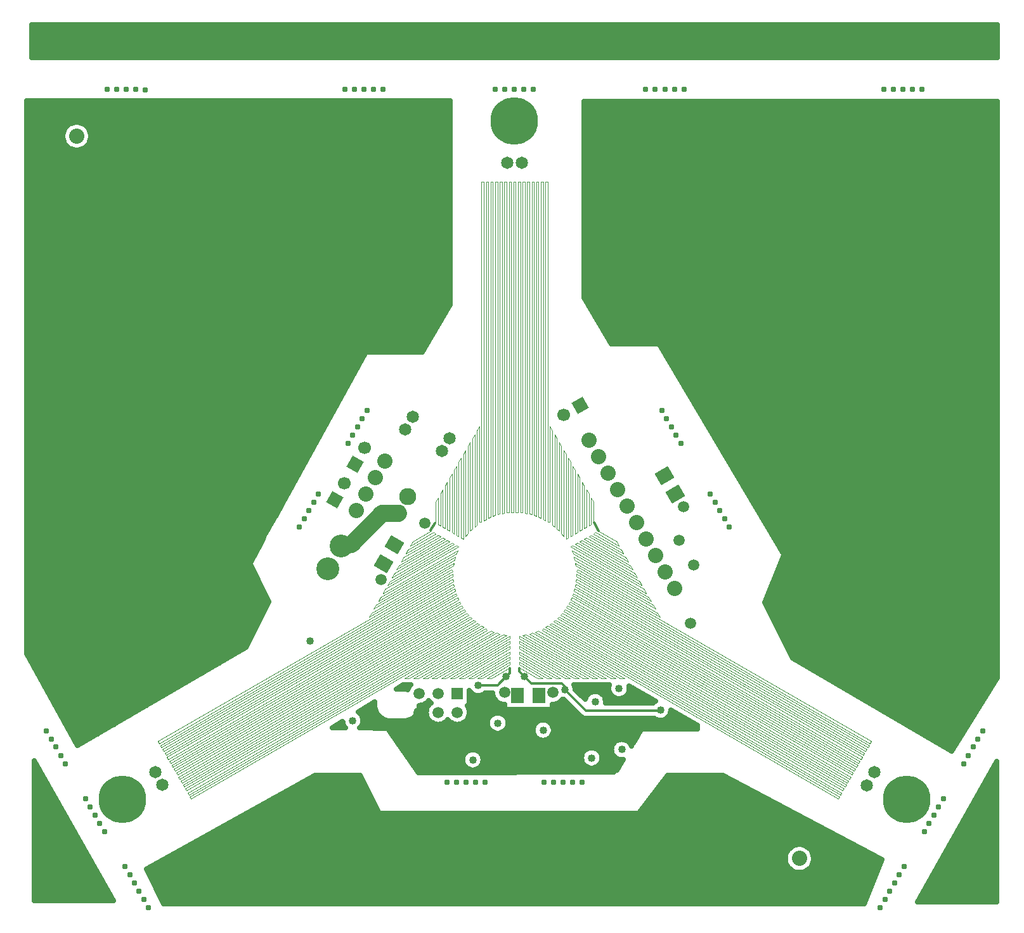
<source format=gbr>
G04 DipTrace 3.0.0.2*
G04 Inner1.gbr*
%MOIN*%
G04 #@! TF.FileFunction,Copper,L2,Inr*
G04 #@! TF.Part,Single*
%AMOUTLINE0*
4,1,4,
-0.05214,-0.010311,
-0.01714,0.050311,
0.05214,0.010311,
0.01714,-0.050311,
-0.05214,-0.010311,
0*%
%AMOUTLINE6*
4,1,4,
0.01714,0.050311,
0.05214,-0.010311,
-0.01714,-0.050311,
-0.05214,0.010311,
0.01714,0.050311,
0*%
%AMOUTLINE9*5,1,4,0,0,0.094653,-164.999604*%
%AMOUTLINE12*5,1,4,0,0,0.094653,-195.000396*%
G04 #@! TA.AperFunction,Conductor*
%ADD13C,0.012992*%
G04 #@! TA.AperFunction,ComponentPad*
%ADD16C,0.09*%
G04 #@! TA.AperFunction,Conductor*
%ADD18C,0.013*%
G04 #@! TA.AperFunction,CopperBalancing*
%ADD19C,0.025*%
G04 #@! TA.AperFunction,Nonconductor*
%ADD20C,0.004*%
G04 #@! TA.AperFunction,ComponentPad*
%ADD21C,0.12*%
%ADD27R,0.07X0.08*%
%ADD28C,0.066929*%
%ADD29R,0.059055X0.059055*%
%ADD30C,0.059055*%
%ADD31C,0.065*%
%ADD36C,0.08*%
%ADD37C,0.25*%
%ADD38C,0.031*%
G04 #@! TA.AperFunction,ViaPad*
%ADD39C,0.04*%
%ADD41C,0.059*%
G04 #@! TA.AperFunction,ComponentPad*
%ADD96OUTLINE0*%
%ADD102OUTLINE6*%
%ADD105OUTLINE9*%
%ADD108OUTLINE12*%
%FSLAX26Y26*%
G04*
G70*
G90*
G75*
G01*
G04 Inner1*
%LPD*%
X2392699Y2509072D2*
D16*
X2307451D1*
X2146215Y2347836D1*
X2091301Y2336816D1*
X2585528Y2458001D2*
D13*
X2563753Y2420985D1*
X3421892Y2459455D2*
X3447476Y2418083D1*
X3057411Y1649322D2*
D18*
X3028699Y1678033D1*
Y1694907D1*
X3269699Y1582072D2*
D13*
Y1579072D1*
X3378699Y1470072D1*
X3768699D1*
X3771699Y1473072D1*
X3269699Y1582072D2*
Y1597954D1*
X3254016Y1613638D1*
X3093094D1*
X3057411Y1649322D1*
X2960474D2*
X2978699Y1667547D1*
Y1693956D1*
X2813299Y1603281D2*
X2914433D1*
X2960474Y1649322D1*
D39*
X3771699Y1473072D3*
X3057411Y1649322D3*
X2960474D3*
X3154699Y1368072D3*
X3428655Y1518143D3*
X2916199Y1405572D3*
X2784972Y1211925D3*
X2153789Y1418154D3*
X3567699Y1266072D3*
X3553642Y1586886D3*
X3301169Y1461899D3*
X3442699Y1582072D3*
D41*
X3204505Y1567266D3*
X2952143Y1566516D3*
X2531699Y2458072D3*
D39*
X1928812Y1836860D3*
X3409699Y1222072D3*
D41*
X3927699Y1932072D3*
X2303699Y2161823D3*
X3891199Y2543072D3*
X3869949Y2368322D3*
X3944950Y2237072D3*
D39*
X3269699Y1582072D3*
X2813299Y1603281D3*
X3371096Y4652218D2*
D19*
X5541121D1*
X3371096Y4627349D2*
X5541121D1*
X3371096Y4602480D2*
X5541121D1*
X3371096Y4577612D2*
X5541121D1*
X3371096Y4552743D2*
X5541121D1*
X3371096Y4527874D2*
X5541121D1*
X3371096Y4503005D2*
X5541121D1*
X3371096Y4478136D2*
X5541121D1*
X3371096Y4453268D2*
X5541121D1*
X3371096Y4428399D2*
X5541121D1*
X3371096Y4403530D2*
X5541121D1*
X3371096Y4378661D2*
X5541121D1*
X3371096Y4353793D2*
X5541121D1*
X3371096Y4328924D2*
X5541121D1*
X3371096Y4304055D2*
X5541121D1*
X3371096Y4279186D2*
X5541121D1*
X3371096Y4254318D2*
X5541121D1*
X3371096Y4229449D2*
X5541121D1*
X3371096Y4204580D2*
X5541121D1*
X3371096Y4179711D2*
X5541121D1*
X3371096Y4154843D2*
X5541121D1*
X3371096Y4129974D2*
X5541121D1*
X3371096Y4105105D2*
X5541121D1*
X3371096Y4080236D2*
X5541121D1*
X3371096Y4055367D2*
X5541121D1*
X3371096Y4030499D2*
X5541121D1*
X3371096Y4005630D2*
X5541121D1*
X3371096Y3980761D2*
X5541121D1*
X3371096Y3955892D2*
X5541121D1*
X3371096Y3931024D2*
X5541121D1*
X3371096Y3906155D2*
X5541121D1*
X3371096Y3881286D2*
X5541121D1*
X3371096Y3856417D2*
X5541121D1*
X3371096Y3831549D2*
X5541121D1*
X3371096Y3806680D2*
X5541121D1*
X3371096Y3781811D2*
X5541121D1*
X3371096Y3756942D2*
X5541121D1*
X3371096Y3732073D2*
X5541121D1*
X3371096Y3707205D2*
X5541121D1*
X3371096Y3682336D2*
X5541121D1*
X3371096Y3657467D2*
X5541121D1*
X3377370Y3632598D2*
X5541121D1*
X3392311Y3607730D2*
X5541121D1*
X3407205Y3582861D2*
X5541121D1*
X3422146Y3557992D2*
X5541121D1*
X3437038Y3533123D2*
X5541121D1*
X3451979Y3508255D2*
X5541121D1*
X3466873Y3483386D2*
X5541121D1*
X3481814Y3458517D2*
X5541121D1*
X3496755Y3433648D2*
X5541121D1*
X3511647Y3408780D2*
X5541121D1*
X3776491Y3383911D2*
X5541121D1*
X3791139Y3359042D2*
X5541121D1*
X3805837Y3334173D2*
X5541121D1*
X3820534Y3309304D2*
X5541121D1*
X3835231Y3284436D2*
X5541121D1*
X3849929Y3259567D2*
X5541121D1*
X3864626Y3234698D2*
X5541121D1*
X3879323Y3209829D2*
X5541121D1*
X3894021Y3184961D2*
X5541121D1*
X3908718Y3160092D2*
X5541121D1*
X3923415Y3135223D2*
X5541121D1*
X3938113Y3110354D2*
X5541121D1*
X3952810Y3085486D2*
X5541121D1*
X3967507Y3060617D2*
X5541121D1*
X3982205Y3035748D2*
X5541121D1*
X3996902Y3010879D2*
X5541121D1*
X4011598Y2986010D2*
X5541121D1*
X4026297Y2961142D2*
X5541121D1*
X4040993Y2936273D2*
X5541121D1*
X4055690Y2911404D2*
X5541121D1*
X4070387Y2886535D2*
X5541121D1*
X4085085Y2861667D2*
X5541121D1*
X4099782Y2836798D2*
X5541121D1*
X4114479Y2811929D2*
X5541121D1*
X4129177Y2787060D2*
X5541121D1*
X4143825Y2762192D2*
X5541121D1*
X4158522Y2737323D2*
X5541121D1*
X4173220Y2712454D2*
X5541121D1*
X4187917Y2687585D2*
X5541121D1*
X4202614Y2662717D2*
X5541121D1*
X4217311Y2637848D2*
X5541121D1*
X4232009Y2612979D2*
X5541121D1*
X4246706Y2588110D2*
X5541121D1*
X4261403Y2563241D2*
X5541121D1*
X4276101Y2538373D2*
X5541121D1*
X4290798Y2513504D2*
X5541121D1*
X4305495Y2488635D2*
X5541121D1*
X4320193Y2463766D2*
X5541121D1*
X4334890Y2438898D2*
X5541121D1*
X4349587Y2414029D2*
X5541121D1*
X4364285Y2389160D2*
X5541121D1*
X4378982Y2364291D2*
X5541121D1*
X4393678Y2339423D2*
X5541121D1*
X4408377Y2314554D2*
X5541121D1*
X4422097Y2289685D2*
X5541121D1*
X4412136Y2264816D2*
X5541121D1*
X4402223Y2239948D2*
X5541121D1*
X4392262Y2215079D2*
X5541121D1*
X4382302Y2190210D2*
X5541121D1*
X4372341Y2165341D2*
X5541121D1*
X4362429Y2140472D2*
X5541121D1*
X4352469Y2115604D2*
X5541121D1*
X4342507Y2090735D2*
X5541121D1*
X4332594Y2065866D2*
X5541121D1*
X4322634Y2040997D2*
X5541121D1*
X4334304Y2016129D2*
X5541121D1*
X4346755Y1991260D2*
X5541121D1*
X4359157Y1966391D2*
X5541121D1*
X4371609Y1941522D2*
X5541121D1*
X4384059Y1916654D2*
X5541121D1*
X4396462Y1891785D2*
X5541121D1*
X4408913Y1866916D2*
X5541121D1*
X4421365Y1842047D2*
X5541121D1*
X4433766Y1817178D2*
X5541121D1*
X4446218Y1792310D2*
X5541121D1*
X4458621Y1767441D2*
X5541121D1*
X4478151Y1742572D2*
X5541121D1*
X4520437Y1717703D2*
X5541121D1*
X4562722Y1692835D2*
X5541121D1*
X4605007Y1667966D2*
X5541121D1*
X4647293Y1643097D2*
X5541071D1*
X4689577Y1618228D2*
X5525495D1*
X4731814Y1593360D2*
X5509969D1*
X4774098Y1568491D2*
X5494441D1*
X4816385Y1543622D2*
X5478865D1*
X4858669Y1518753D2*
X5463337D1*
X4900954Y1493885D2*
X5447810D1*
X4943239Y1469016D2*
X5432234D1*
X4985475Y1444147D2*
X5416706D1*
X5027761Y1419278D2*
X5401178D1*
X5070046Y1394409D2*
X5385602D1*
X5112331Y1369541D2*
X5370075D1*
X5154617Y1344672D2*
X5354549D1*
X5196902Y1319803D2*
X5338971D1*
X5239138Y1294934D2*
X5323445D1*
X5281423Y1270066D2*
X5307917D1*
X5531096Y4677087D2*
X3368596D1*
Y3643054D1*
X3513199Y3402043D1*
X3758051Y3401933D1*
X3761770Y3400724D1*
X3764934Y3398425D1*
X3766857Y3395946D1*
X4417719Y2294184D1*
X4418571Y2290367D1*
X4418202Y2286474D1*
X4399133Y2238521D1*
X4319770Y2040115D1*
X4465621Y1748487D1*
X5301936Y1256535D1*
X5543610Y1643196D1*
X5543596Y4677087D1*
X5531096D1*
X442500Y4656429D2*
X2662525D1*
X442500Y4631560D2*
X2662525D1*
X442500Y4606692D2*
X2662525D1*
X442500Y4581823D2*
X2662525D1*
X442500Y4556954D2*
X662427D1*
X742574D2*
X2662525D1*
X442500Y4532085D2*
X637281D1*
X767719D2*
X2662525D1*
X442500Y4507216D2*
X627759D1*
X777242D2*
X2662525D1*
X442500Y4482348D2*
X627418D1*
X777583D2*
X2662525D1*
X442500Y4457479D2*
X636109D1*
X768891D2*
X2662525D1*
X442500Y4432610D2*
X659302D1*
X745698D2*
X2662525D1*
X442500Y4407741D2*
X2662525D1*
X442500Y4382873D2*
X2662525D1*
X442500Y4358004D2*
X2662525D1*
X442500Y4333135D2*
X2662525D1*
X442500Y4308266D2*
X2662525D1*
X442500Y4283398D2*
X2662525D1*
X442500Y4258529D2*
X2662525D1*
X442500Y4233660D2*
X2662525D1*
X442500Y4208791D2*
X2662525D1*
X442500Y4183922D2*
X2662525D1*
X442500Y4159054D2*
X2662525D1*
X442500Y4134185D2*
X2662525D1*
X442500Y4109316D2*
X2662525D1*
X442500Y4084447D2*
X2662525D1*
X442500Y4059579D2*
X2662525D1*
X442500Y4034710D2*
X2662525D1*
X442500Y4009841D2*
X2662525D1*
X442500Y3984972D2*
X2662525D1*
X442500Y3960104D2*
X2662525D1*
X442500Y3935235D2*
X2662525D1*
X442500Y3910366D2*
X2662525D1*
X442500Y3885497D2*
X2662525D1*
X442500Y3860629D2*
X2662525D1*
X442500Y3835760D2*
X2662525D1*
X442500Y3810891D2*
X2662525D1*
X442500Y3786022D2*
X2662525D1*
X442500Y3761153D2*
X2662525D1*
X442500Y3736285D2*
X2662525D1*
X442500Y3711416D2*
X2662525D1*
X442500Y3686547D2*
X2662525D1*
X442500Y3661678D2*
X2662525D1*
X442500Y3636810D2*
X2662525D1*
X442500Y3611941D2*
X2662525D1*
X442500Y3587072D2*
X2650025D1*
X442500Y3562203D2*
X2635670D1*
X442500Y3537335D2*
X2621314D1*
X442500Y3512466D2*
X2606958D1*
X442500Y3487597D2*
X2592603D1*
X442500Y3462728D2*
X2578247D1*
X442500Y3437860D2*
X2563891D1*
X442500Y3412991D2*
X2549537D1*
X442500Y3388122D2*
X2535181D1*
X442500Y3363253D2*
X2520826D1*
X442500Y3338384D2*
X2207789D1*
X442500Y3313516D2*
X2194263D1*
X442500Y3288647D2*
X2180689D1*
X442500Y3263778D2*
X2167114D1*
X442500Y3238909D2*
X2153541D1*
X442500Y3214041D2*
X2139966D1*
X442500Y3189172D2*
X2126441D1*
X442500Y3164303D2*
X2112866D1*
X442500Y3139434D2*
X2099292D1*
X442500Y3114566D2*
X2085718D1*
X442500Y3089697D2*
X2072143D1*
X442500Y3064828D2*
X2058618D1*
X442500Y3039959D2*
X2045044D1*
X442500Y3015090D2*
X2031470D1*
X442500Y2990222D2*
X2017895D1*
X442500Y2965353D2*
X2004322D1*
X442500Y2940484D2*
X1990796D1*
X442500Y2915615D2*
X1977222D1*
X442500Y2890747D2*
X1963647D1*
X442500Y2865878D2*
X1950074D1*
X442500Y2841009D2*
X1936499D1*
X442500Y2816140D2*
X1922926D1*
X442500Y2791272D2*
X1909399D1*
X442500Y2766403D2*
X1895826D1*
X442500Y2741534D2*
X1882251D1*
X442500Y2716665D2*
X1868677D1*
X442500Y2691797D2*
X1855103D1*
X442500Y2666928D2*
X1841578D1*
X442500Y2642059D2*
X1828003D1*
X442500Y2617190D2*
X1814429D1*
X442500Y2592321D2*
X1800855D1*
X442500Y2567453D2*
X1787281D1*
X442500Y2542584D2*
X1773755D1*
X442500Y2517715D2*
X1760181D1*
X442500Y2492846D2*
X1746314D1*
X442500Y2467978D2*
X1731177D1*
X442500Y2443109D2*
X1716822D1*
X442500Y2418240D2*
X1702466D1*
X442500Y2393371D2*
X1688111D1*
X442500Y2368503D2*
X1675611D1*
X442500Y2343634D2*
X1665210D1*
X442500Y2318765D2*
X1651635D1*
X442500Y2293896D2*
X1638111D1*
X442500Y2269027D2*
X1624537D1*
X442500Y2244159D2*
X1610962D1*
X442500Y2219290D2*
X1623267D1*
X442500Y2194421D2*
X1635718D1*
X442500Y2169552D2*
X1648170D1*
X442500Y2144684D2*
X1660571D1*
X442500Y2119815D2*
X1673023D1*
X442500Y2094946D2*
X1685474D1*
X442500Y2070077D2*
X1697876D1*
X442500Y2045209D2*
X1710327D1*
X442500Y2020340D2*
X1699292D1*
X442500Y1995471D2*
X1686842D1*
X442500Y1970602D2*
X1674439D1*
X442500Y1945734D2*
X1661987D1*
X442500Y1920865D2*
X1649537D1*
X442500Y1895996D2*
X1637134D1*
X442500Y1871127D2*
X1624683D1*
X442500Y1846258D2*
X1612231D1*
X442500Y1821390D2*
X1599830D1*
X442500Y1796521D2*
X1579859D1*
X442719Y1771652D2*
X1537231D1*
X456391Y1746783D2*
X1494605D1*
X470063Y1721915D2*
X1451978D1*
X483735Y1697046D2*
X1409351D1*
X497407Y1672177D2*
X1366723D1*
X511079Y1647308D2*
X1324048D1*
X524751Y1622440D2*
X1281422D1*
X538423Y1597571D2*
X1238794D1*
X552095Y1572702D2*
X1196167D1*
X565815Y1547833D2*
X1153541D1*
X579487Y1522964D2*
X1110914D1*
X593159Y1498096D2*
X1068286D1*
X606831Y1473227D2*
X1025659D1*
X620503Y1448358D2*
X983033D1*
X634175Y1423489D2*
X940357D1*
X647847Y1398621D2*
X897730D1*
X661519Y1373752D2*
X855103D1*
X675239Y1348883D2*
X812475D1*
X688911Y1324014D2*
X769849D1*
X702583Y1299146D2*
X727222D1*
X775773Y4488031D2*
X773970Y4476639D1*
X770406Y4465671D1*
X765170Y4455394D1*
X758390Y4446063D1*
X750235Y4437908D1*
X740905Y4431129D1*
X730628Y4425892D1*
X719659Y4422328D1*
X708267Y4420525D1*
X696734D1*
X685342Y4422328D1*
X674373Y4425892D1*
X664096Y4431129D1*
X654765Y4437908D1*
X646611Y4446063D1*
X639831Y4455394D1*
X634595Y4465671D1*
X631031Y4476639D1*
X629227Y4488031D1*
Y4499564D1*
X631031Y4510957D1*
X634595Y4521925D1*
X639831Y4532202D1*
X646611Y4541533D1*
X654765Y4549688D1*
X664096Y4556467D1*
X674373Y4561703D1*
X685342Y4565268D1*
X696734Y4567071D1*
X708267D1*
X719659Y4565268D1*
X730628Y4561703D1*
X740905Y4556467D1*
X750235Y4549688D1*
X758390Y4541533D1*
X765170Y4532202D1*
X770406Y4521925D1*
X773970Y4510957D1*
X775773Y4499564D1*
Y4488031D1*
X1696600Y2403798D2*
X1744208Y2486076D1*
X1749109Y2493244D1*
X1784125Y2557047D1*
X2217597Y3351426D1*
X2220440Y3354113D1*
X2223973Y3355790D1*
X2227970Y3356285D1*
X2360460Y3356298D1*
X2374132Y3357943D1*
X2394385Y3358787D1*
X2520763D1*
X2664999Y3608674D1*
X2665000Y4681298D1*
X440000D1*
Y1771971D1*
X707297Y1286014D1*
X1593016Y1802736D1*
X1713540Y2043827D1*
X1615583Y2240025D1*
X1615000Y2243892D1*
X1615642Y2247751D1*
X1622512Y2260757D1*
X1670093Y2347989D1*
X1672339Y2354636D1*
X1680954Y2375012D1*
X1690351Y2392972D1*
X1696600Y2403798D1*
X1912970Y1105337D2*
X2204210D1*
X3792121D2*
X4143371D1*
X1868196Y1080468D2*
X2216661D1*
X3773469D2*
X4190344D1*
X1823469Y1055599D2*
X2229064D1*
X3754816D2*
X4237316D1*
X1778693Y1030731D2*
X2241516D1*
X3736164D2*
X4284289D1*
X1733917Y1005862D2*
X2253966D1*
X3717512D2*
X4331261D1*
X1689142Y980993D2*
X2266369D1*
X3698860D2*
X4378234D1*
X1644416Y956124D2*
X2278820D1*
X3680207D2*
X4425207D1*
X1599640Y931256D2*
X2291272D1*
X3661554D2*
X4472180D1*
X1554865Y906387D2*
X4519152D1*
X1510089Y881518D2*
X4566125D1*
X1465314Y856649D2*
X4613097D1*
X1420588Y831781D2*
X4660070D1*
X1375812Y806912D2*
X4707042D1*
X1331037Y782043D2*
X4754016D1*
X1286261Y757174D2*
X4464220D1*
X4539777D2*
X4800988D1*
X1241535Y732306D2*
X4437560D1*
X4566437D2*
X4847961D1*
X1196760Y707437D2*
X4427501D1*
X4576496D2*
X4894982D1*
X1151984Y682568D2*
X4426720D1*
X4577277D2*
X4931993D1*
X1107209Y657699D2*
X4434874D1*
X4569123D2*
X4922033D1*
X1073420Y632830D2*
X4456848D1*
X4547150D2*
X4912072D1*
X1085822Y607962D2*
X4902160D1*
X1098273Y583093D2*
X4892199D1*
X1110724Y558224D2*
X4882238D1*
X1123126Y533355D2*
X4872277D1*
X1135577Y508487D2*
X4862365D1*
X1148029Y483618D2*
X4852404D1*
X1160432Y458749D2*
X4842444D1*
X4575272Y686939D2*
X4573469Y675547D1*
X4569904Y664578D1*
X4564668Y654302D1*
X4557888Y644971D1*
X4549734Y636816D1*
X4540403Y630036D1*
X4530126Y624800D1*
X4519157Y621236D1*
X4507765Y619433D1*
X4496232D1*
X4484840Y621236D1*
X4473871Y624800D1*
X4463594Y630036D1*
X4454264Y636816D1*
X4446109Y644971D1*
X4439329Y654302D1*
X4434093Y664578D1*
X4430529Y675547D1*
X4428726Y686939D1*
Y698472D1*
X4430529Y709865D1*
X4434093Y720833D1*
X4439329Y731110D1*
X4446109Y740441D1*
X4454264Y748596D1*
X4463594Y755375D1*
X4473871Y760611D1*
X4484840Y764176D1*
X4496232Y765979D1*
X4507765D1*
X4519157Y764176D1*
X4530126Y760611D1*
X4540403Y755375D1*
X4549734Y748596D1*
X4557888Y740441D1*
X4564668Y731110D1*
X4569904Y720833D1*
X4573469Y709865D1*
X4575272Y698472D1*
Y686939D1*
X1068529Y637596D2*
X1159745Y455165D1*
X4843551Y455206D1*
X4936232Y686947D1*
X4098873Y1130218D1*
X3808199Y1130206D1*
X3660702Y933733D1*
X3657504Y931483D1*
X3653766Y930332D1*
X3614499Y930206D1*
X2300043Y930359D1*
X2296324Y931568D1*
X2293160Y933867D1*
X2290693Y937396D1*
X2194252Y1130246D1*
X1955172Y1130206D1*
X1068503Y637576D1*
X481976Y1169497D2*
X499119D1*
X481976Y1144629D2*
X513134D1*
X481976Y1119760D2*
X527098D1*
X481976Y1094891D2*
X541112D1*
X481976Y1070022D2*
X555077D1*
X481976Y1045154D2*
X569091D1*
X481976Y1020285D2*
X583055D1*
X481976Y995416D2*
X597070D1*
X481976Y970547D2*
X611034D1*
X481976Y945678D2*
X625047D1*
X481976Y920810D2*
X639013D1*
X481976Y895941D2*
X653026D1*
X481976Y871072D2*
X666991D1*
X481976Y846203D2*
X681005D1*
X481976Y821335D2*
X694970D1*
X481976Y796466D2*
X708983D1*
X481976Y771597D2*
X722948D1*
X481976Y746728D2*
X736962D1*
X481976Y721860D2*
X750927D1*
X481976Y696991D2*
X764940D1*
X481976Y672122D2*
X778906D1*
X481976Y647253D2*
X792870D1*
X481976Y622385D2*
X806883D1*
X481976Y597516D2*
X820849D1*
X481976Y572647D2*
X834862D1*
X481976Y547778D2*
X848827D1*
X481976Y522909D2*
X862841D1*
X481976Y498041D2*
X876806D1*
X481976Y473172D2*
X890819D1*
X479476Y1208899D2*
Y469104D1*
X895639D1*
X479472Y1208891D1*
X5519856Y1165723D2*
X5537024D1*
X5505841Y1140854D2*
X5537024D1*
X5491877Y1115986D2*
X5537024D1*
X5477864Y1091117D2*
X5537024D1*
X5463898Y1066248D2*
X5537024D1*
X5449885Y1041379D2*
X5537024D1*
X5435920Y1016510D2*
X5537024D1*
X5421906Y991642D2*
X5537024D1*
X5407941Y966773D2*
X5537024D1*
X5393928Y941904D2*
X5537024D1*
X5379962Y917035D2*
X5537024D1*
X5365949Y892167D2*
X5537024D1*
X5351984Y867298D2*
X5537024D1*
X5337970Y842429D2*
X5537024D1*
X5324005Y817560D2*
X5537024D1*
X5309992Y792692D2*
X5537024D1*
X5296028Y767823D2*
X5537024D1*
X5282013Y742954D2*
X5537024D1*
X5268049Y718085D2*
X5537024D1*
X5254035Y693217D2*
X5537024D1*
X5240070Y668348D2*
X5537024D1*
X5226105Y643479D2*
X5537024D1*
X5212092Y618610D2*
X5537024D1*
X5198126Y593741D2*
X5537024D1*
X5184113Y568873D2*
X5537024D1*
X5170148Y544004D2*
X5537024D1*
X5156134Y519135D2*
X5537024D1*
X5142169Y494266D2*
X5537024D1*
X5128156Y469398D2*
X5537024D1*
X5539499Y477829D2*
Y1205125D1*
X5123358Y465304D1*
X5539499Y465329D1*
Y477829D1*
X469702Y5056768D2*
X5539727D1*
X469702Y5031899D2*
X5539727D1*
X469702Y5007030D2*
X5539727D1*
X469702Y4982161D2*
X5539727D1*
X469702Y4957293D2*
X5539727D1*
X469702Y4932424D2*
X5539727D1*
X469702Y4907555D2*
X5539727D1*
X467202Y5069136D2*
Y4906636D1*
X5542202D1*
Y5081636D1*
X467202D1*
Y5069136D1*
X2395084Y1589085D2*
X2444381D1*
X3325260D2*
X3497701D1*
X3609585D2*
X3625045D1*
X3343619Y1564217D2*
X3398971D1*
X3458365D2*
X3502681D1*
X3604605D2*
X3668160D1*
X2769205Y1539348D2*
X2892818D1*
X3368472D2*
X3377012D1*
X3480289D2*
X3526608D1*
X3580680D2*
X3711226D1*
X2547818Y1514479D2*
X2559587D1*
X2769205D2*
X2914108D1*
X3241373D2*
X3275240D1*
X3484537D2*
X3735299D1*
X2229849Y1489610D2*
X2267428D1*
X2505972D2*
X2544625D1*
X2762760D2*
X2949654D1*
X3204654D2*
X3300093D1*
X2188541Y1464741D2*
X2274996D1*
X2498404D2*
X2538228D1*
X2769156D2*
X3324996D1*
X3827066D2*
X3840425D1*
X2205192Y1439873D2*
X2293453D1*
X2479948D2*
X2542135D1*
X2765299D2*
X2872652D1*
X2959781D2*
X3349996D1*
X3816129D2*
X3883492D1*
X2209684Y1415004D2*
X2558980D1*
X2648404D2*
X2659012D1*
X2748404D2*
X2861031D1*
X2971353D2*
X3126509D1*
X3182877D2*
X3926558D1*
X2064615Y1390135D2*
X2105709D1*
X2201871D2*
X2862496D1*
X2969937D2*
X3103463D1*
X3205924D2*
X3963864D1*
X2348013Y1365266D2*
X2878512D1*
X2953873D2*
X3098776D1*
X3210612D2*
X3664693D1*
X2365055Y1340398D2*
X3106392D1*
X3202993D2*
X3649556D1*
X2382047Y1315529D2*
X3142135D1*
X3167252D2*
X3544820D1*
X3590592D2*
X3634420D1*
X2399088Y1290660D2*
X3517672D1*
X2416080Y1265791D2*
X3376364D1*
X3443033D2*
X3511715D1*
X2433121Y1240923D2*
X2737496D1*
X2832437D2*
X3357125D1*
X3462272D2*
X3517965D1*
X2450113Y1216054D2*
X2729146D1*
X2840836D2*
X3354049D1*
X3465348D2*
X3546236D1*
X2467154Y1191185D2*
X2733150D1*
X2836783D2*
X3363521D1*
X3455875D2*
X3558688D1*
X2484146Y1166316D2*
X2754488D1*
X2815445D2*
X3543551D1*
X3089144Y1476052D2*
X2952144Y1476016D1*
X2952143Y1503516D1*
X2942287Y1504291D1*
X2932675Y1506600D1*
X2923542Y1510382D1*
X2915113Y1515547D1*
X2907596Y1521969D1*
X2901175Y1529486D1*
X2896009Y1537915D1*
X2892227Y1547047D1*
X2889919Y1556660D1*
X2889270Y1563291D1*
X2848857Y1563285D1*
X2841253Y1557664D1*
X2833773Y1553853D1*
X2825789Y1551259D1*
X2817497Y1549946D1*
X2809101D1*
X2800810Y1551259D1*
X2792825Y1553853D1*
X2785345Y1557664D1*
X2778554Y1562600D1*
X2772618Y1568535D1*
X2767682Y1575327D1*
X2766728Y1577031D1*
X2766727Y1498795D1*
X2754764D1*
X2759857Y1490437D1*
X2763642Y1481299D1*
X2765951Y1471682D1*
X2766727Y1461823D1*
X2765951Y1451963D1*
X2763642Y1442346D1*
X2759857Y1433209D1*
X2754690Y1424776D1*
X2748266Y1417256D1*
X2740747Y1410832D1*
X2732314Y1405665D1*
X2723176Y1401881D1*
X2713559Y1399571D1*
X2703699Y1398795D1*
X2693840Y1399571D1*
X2684223Y1401881D1*
X2675085Y1405665D1*
X2666652Y1410832D1*
X2659133Y1417256D1*
X2653727Y1423486D1*
X2648266Y1417256D1*
X2640747Y1410832D1*
X2632314Y1405665D1*
X2623176Y1401881D1*
X2613559Y1399571D1*
X2603699Y1398795D1*
X2593840Y1399571D1*
X2584223Y1401881D1*
X2575085Y1405665D1*
X2566652Y1410832D1*
X2559133Y1417256D1*
X2552709Y1424776D1*
X2547542Y1433209D1*
X2543757Y1442346D1*
X2541448Y1451963D1*
X2540672Y1461823D1*
X2541448Y1471682D1*
X2543757Y1481299D1*
X2547542Y1490437D1*
X2552709Y1498870D1*
X2559133Y1506390D1*
X2565362Y1511795D1*
X2559133Y1517256D1*
X2553727Y1523486D1*
X2548266Y1517256D1*
X2540747Y1510832D1*
X2532314Y1505665D1*
X2523176Y1501881D1*
X2513559Y1499571D1*
X2504144Y1498812D1*
X2503563Y1490356D1*
X2501125Y1478324D1*
X2497541Y1468147D1*
X2492659Y1458525D1*
X2486564Y1449623D1*
X2479360Y1441592D1*
X2471167Y1434571D1*
X2462129Y1428678D1*
X2452399Y1424016D1*
X2442144Y1420664D1*
X2431539Y1418680D1*
X2424731Y1417680D1*
X2351396Y1418073D1*
X2340008Y1418923D1*
X2329451Y1421147D1*
X2319274Y1424731D1*
X2309652Y1429612D1*
X2300751Y1435707D1*
X2292719Y1442912D1*
X2285698Y1451105D1*
X2279806Y1460143D1*
X2275143Y1469873D1*
X2271791Y1480127D1*
X2269807Y1490732D1*
X2269223Y1501507D1*
X2270050Y1512264D1*
X2270680Y1515702D1*
X2183076Y1462950D1*
X2188534Y1458835D1*
X2194470Y1452899D1*
X2199406Y1446108D1*
X2203217Y1438627D1*
X2205811Y1430643D1*
X2207123Y1422352D1*
Y1413955D1*
X2205811Y1405664D1*
X2203217Y1397680D1*
X2199406Y1390199D1*
X2194470Y1383408D1*
X2190571Y1379354D1*
X2331920Y1378320D1*
X2335631Y1377089D1*
X2338781Y1374770D1*
X2347261Y1362730D1*
X2497699Y1142857D1*
X3526080Y1146902D1*
X3534167Y1152304D1*
X3541373Y1158643D1*
X3574454Y1212982D1*
X3567699Y1212572D1*
X3559331Y1213231D1*
X3551167Y1215190D1*
X3543411Y1218403D1*
X3536253Y1222790D1*
X3529869Y1228241D1*
X3524417Y1234626D1*
X3520030Y1241783D1*
X3516818Y1249539D1*
X3514858Y1257703D1*
X3514199Y1266072D1*
X3514858Y1274441D1*
X3516818Y1282605D1*
X3520030Y1290361D1*
X3524417Y1297518D1*
X3529869Y1303903D1*
X3536253Y1309354D1*
X3543411Y1313741D1*
X3551167Y1316954D1*
X3559331Y1318913D1*
X3567699Y1319572D1*
X3576068Y1318913D1*
X3584232Y1316954D1*
X3591988Y1313741D1*
X3599146Y1309354D1*
X3605530Y1303903D1*
X3610982Y1297518D1*
X3615369Y1290361D1*
X3617610Y1285238D1*
X3623241Y1294823D1*
X3634627Y1311773D1*
X3670239Y1369945D1*
X3673206Y1372493D1*
X3676815Y1374000D1*
X3679766Y1374353D1*
X3965558D1*
X3966507Y1393444D1*
X3825135Y1475003D1*
X3825034Y1468874D1*
X3823722Y1460583D1*
X3821127Y1452598D1*
X3817316Y1445118D1*
X3812381Y1438327D1*
X3806445Y1432391D1*
X3799654Y1427455D1*
X3792173Y1423644D1*
X3784189Y1421050D1*
X3775898Y1419738D1*
X3767501D1*
X3759210Y1421050D1*
X3751226Y1423644D1*
X3743745Y1427455D1*
X3739879Y1430084D1*
X3375562Y1430199D1*
X3369362Y1431181D1*
X3363394Y1433121D1*
X3357802Y1435970D1*
X3352724Y1439659D1*
X3306224Y1485984D1*
X3263238Y1528971D1*
X3255647Y1530491D1*
X3249052Y1522719D1*
X3241535Y1516298D1*
X3233106Y1511133D1*
X3223974Y1507350D1*
X3214361Y1505042D1*
X3204505Y1504266D1*
X3202130Y1504360D1*
X3202144Y1476016D1*
X3065144Y1476064D1*
X2443427Y1580127D2*
X2445470Y1585942D1*
X2449959Y1594755D1*
X2455773Y1602756D1*
X2458752Y1605979D1*
X2420185Y1605709D1*
X2383038Y1583325D1*
X2424479Y1582982D1*
X2431916Y1582436D1*
X2442877Y1580294D1*
X3733079Y1510047D2*
X3740253Y1516354D1*
X3746652Y1520316D1*
X3604908Y1602151D1*
X3606483Y1595255D1*
X3607142Y1586886D1*
X3606483Y1578517D1*
X3604524Y1570353D1*
X3601311Y1562597D1*
X3596924Y1555440D1*
X3591472Y1549055D1*
X3585088Y1543604D1*
X3577930Y1539217D1*
X3570175Y1536004D1*
X3562010Y1534045D1*
X3553642Y1533386D1*
X3545273Y1534045D1*
X3537109Y1536004D1*
X3529353Y1539217D1*
X3522196Y1543604D1*
X3515811Y1549055D1*
X3510360Y1555440D1*
X3505972Y1562597D1*
X3502760Y1570353D1*
X3500801Y1578517D1*
X3500142Y1586886D1*
X3500801Y1595255D1*
X3502760Y1603419D1*
X3504129Y1607129D1*
X3498819Y1608488D1*
X3493438Y1607046D1*
X3486969Y1606451D1*
X3460184Y1606560D1*
X3454681Y1607432D1*
X3450819Y1608488D1*
X3445438Y1607046D1*
X3438969Y1606451D1*
X3412184Y1606560D1*
X3406681Y1607432D1*
X3402819Y1608487D1*
X3397438Y1607046D1*
X3390969Y1606451D1*
X3364184Y1606560D1*
X3358681Y1607432D1*
X3354819Y1608487D1*
X3349438Y1607046D1*
X3342969Y1606451D1*
X3317369Y1606361D1*
X3320581Y1598605D1*
X3322541Y1590441D1*
X3323198Y1582121D1*
X3376253Y1529081D1*
X3379227Y1538617D1*
X3383038Y1546097D1*
X3387974Y1552888D1*
X3393909Y1558824D1*
X3400701Y1563760D1*
X3408181Y1567571D1*
X3416165Y1570165D1*
X3424457Y1571478D1*
X3432853D1*
X3441144Y1570165D1*
X3449129Y1567571D1*
X3456609Y1563760D1*
X3463400Y1558824D1*
X3469336Y1552888D1*
X3474272Y1546097D1*
X3478083Y1538617D1*
X3480677Y1530633D1*
X3481990Y1522341D1*
Y1513945D1*
X3481529Y1510051D1*
X3733045Y1510068D1*
X3208034Y1363874D2*
X3206722Y1355583D1*
X3204127Y1347598D1*
X3200316Y1340118D1*
X3195381Y1333327D1*
X3189445Y1327391D1*
X3182654Y1322455D1*
X3175173Y1318644D1*
X3167189Y1316050D1*
X3158898Y1314738D1*
X3150501D1*
X3142210Y1316050D1*
X3134226Y1318644D1*
X3126745Y1322455D1*
X3119954Y1327391D1*
X3114018Y1333327D1*
X3109083Y1340118D1*
X3105272Y1347598D1*
X3102677Y1355583D1*
X3101365Y1363874D1*
Y1372270D1*
X3102677Y1380562D1*
X3105272Y1388546D1*
X3109083Y1396026D1*
X3114018Y1402818D1*
X3119954Y1408753D1*
X3126745Y1413689D1*
X3134226Y1417500D1*
X3142210Y1420094D1*
X3150501Y1421407D1*
X3158898D1*
X3167189Y1420094D1*
X3175173Y1417500D1*
X3182654Y1413689D1*
X3189445Y1408753D1*
X3195381Y1402818D1*
X3200316Y1396026D1*
X3204127Y1388546D1*
X3206722Y1380562D1*
X3208034Y1372270D1*
Y1363874D1*
X2969534Y1401374D2*
X2968222Y1393083D1*
X2965627Y1385098D1*
X2961816Y1377618D1*
X2956881Y1370827D1*
X2950945Y1364891D1*
X2944154Y1359955D1*
X2936673Y1356144D1*
X2928689Y1353550D1*
X2920398Y1352238D1*
X2912001D1*
X2903710Y1353550D1*
X2895726Y1356144D1*
X2888245Y1359955D1*
X2881454Y1364891D1*
X2875518Y1370827D1*
X2870583Y1377618D1*
X2866772Y1385098D1*
X2864177Y1393083D1*
X2862865Y1401374D1*
Y1409770D1*
X2864177Y1418062D1*
X2866772Y1426046D1*
X2870583Y1433526D1*
X2875518Y1440318D1*
X2881454Y1446253D1*
X2888245Y1451189D1*
X2895726Y1455000D1*
X2903710Y1457594D1*
X2912001Y1458907D1*
X2920398D1*
X2928689Y1457594D1*
X2936673Y1455000D1*
X2944154Y1451189D1*
X2950945Y1446253D1*
X2956881Y1440318D1*
X2961816Y1433526D1*
X2965627Y1426046D1*
X2968222Y1418062D1*
X2969534Y1409770D1*
Y1401374D1*
X2838307Y1207727D2*
X2836995Y1199436D1*
X2834400Y1191451D1*
X2830589Y1183971D1*
X2825654Y1177180D1*
X2819718Y1171244D1*
X2812927Y1166308D1*
X2805446Y1162497D1*
X2797462Y1159903D1*
X2789171Y1158591D1*
X2780774D1*
X2772483Y1159903D1*
X2764499Y1162497D1*
X2757018Y1166308D1*
X2750227Y1171244D1*
X2744291Y1177180D1*
X2739356Y1183971D1*
X2735545Y1191451D1*
X2732950Y1199436D1*
X2731638Y1207727D1*
Y1216123D1*
X2732950Y1224415D1*
X2735545Y1232399D1*
X2739356Y1239879D1*
X2744291Y1246671D1*
X2750227Y1252606D1*
X2757018Y1257542D1*
X2764499Y1261353D1*
X2772483Y1263948D1*
X2780774Y1265260D1*
X2789171D1*
X2797462Y1263948D1*
X2805446Y1261353D1*
X2812927Y1257542D1*
X2819718Y1252606D1*
X2825654Y1246671D1*
X2830589Y1239879D1*
X2834400Y1232399D1*
X2836995Y1224415D1*
X2838307Y1216123D1*
Y1207727D1*
X2116501Y1379822D2*
X2110507Y1386707D1*
X2106119Y1393865D1*
X2102907Y1401621D1*
X2100948Y1409785D1*
X2100533Y1413287D1*
X2045697Y1380249D1*
X2116463Y1379829D1*
X3463034Y1217874D2*
X3461722Y1209583D1*
X3459127Y1201598D1*
X3455316Y1194118D1*
X3450381Y1187327D1*
X3444445Y1181391D1*
X3437654Y1176455D1*
X3430173Y1172644D1*
X3422189Y1170050D1*
X3413898Y1168738D1*
X3405501D1*
X3397210Y1170050D1*
X3389226Y1172644D1*
X3381745Y1176455D1*
X3374954Y1181391D1*
X3369018Y1187327D1*
X3364083Y1194118D1*
X3360272Y1201598D1*
X3357677Y1209583D1*
X3356365Y1217874D1*
Y1226270D1*
X3357677Y1234562D1*
X3360272Y1242546D1*
X3364083Y1250026D1*
X3369018Y1256818D1*
X3374954Y1262753D1*
X3381745Y1267689D1*
X3389226Y1271500D1*
X3397210Y1274094D1*
X3405501Y1275407D1*
X3413898D1*
X3422189Y1274094D1*
X3430173Y1271500D1*
X3437654Y1267689D1*
X3444445Y1262753D1*
X3450381Y1256818D1*
X3455316Y1250026D1*
X3459127Y1242546D1*
X3461722Y1234562D1*
X3463034Y1226270D1*
Y1217874D1*
D96*
X2372449Y2343072D3*
X2315949Y2245211D3*
D102*
X3850726Y2610566D3*
X3794226Y2708427D3*
D27*
X3020644Y1549516D3*
X3133644D3*
D105*
X2166287Y2768012D3*
D28*
X2216287Y2854614D3*
D105*
X2059950Y2580572D3*
D28*
X2109950Y2667175D3*
D108*
X3347698Y3078071D3*
D28*
X3261096Y3028071D3*
D16*
X2392699Y2509072D3*
X2442699Y2595675D3*
D29*
X2703699Y1561823D3*
D30*
Y1461823D3*
X2603699Y1561823D3*
Y1461823D3*
X2503699Y1561823D3*
Y1461823D3*
D21*
X2091301Y2336816D3*
X2022400Y2217478D3*
D31*
X2468059Y3017323D3*
X2428689Y2949131D3*
X2661808Y2904823D3*
X2622438Y2836631D3*
X2964778Y4352857D3*
X3043518D3*
X1153762Y1079282D3*
X1114392Y1147474D3*
X4894633Y1146925D3*
X4855262Y1078734D3*
D36*
X3394699Y2894072D3*
X3444699Y2807470D3*
X3494699Y2720867D3*
X3544699Y2634265D3*
X3594699Y2547663D3*
X3644699Y2461060D3*
X3694699Y2374458D3*
X3744699Y2287856D3*
X3794699Y2201252D3*
X3844699Y2114650D3*
X2171199Y2525072D3*
X2221416Y2611549D3*
X2271416Y2698152D3*
X2321416Y2784755D3*
D37*
X3003699Y4574072D3*
X5065699Y1003072D3*
X942699D3*
D36*
X703699Y4493072D3*
X4503699Y693072D3*
D38*
X862699Y4739072D3*
X913199Y4739572D3*
X963199D3*
X1012699D3*
X1063199Y4738572D3*
X2112699Y4739072D3*
X2163699D3*
X2213199D3*
X2263199Y4739572D3*
X2312699D3*
X2903699D3*
X2953699D3*
X3003699D3*
X3053699D3*
X3103699D3*
X3694199Y4739072D3*
X3744199Y4739572D3*
X3795199D3*
X3844699D3*
X3895199Y4739072D3*
X4944699D3*
X4994699D3*
X5044699D3*
X5094699Y4740072D3*
X5145699Y4739072D3*
X5464699Y1365572D3*
X5439699Y1322072D3*
X5364699Y1192072D3*
X5389699Y1235572D3*
X5414699Y1279072D3*
X5258199Y1008072D3*
X5233199Y964572D3*
X5158199Y834572D3*
X5183199Y878072D3*
X5208199Y921572D3*
X5026199Y606572D3*
X5001199Y563072D3*
X4926199Y433072D3*
X4951199Y476572D3*
X4976199Y520072D3*
X5051199Y651072D3*
X1080699Y433072D3*
X1055699Y476572D3*
X1030699Y520072D3*
X955699Y650572D3*
X981199Y606572D3*
X1005699Y563072D3*
X849199Y834572D3*
X824199Y878072D3*
X799199Y921572D3*
X749199Y1007572D3*
X774199Y964572D3*
X642699Y1192072D3*
X617699Y1235572D3*
X592699Y1279072D3*
X543199Y1365572D3*
X567699Y1322072D3*
X3158699Y1094072D3*
X3208699D3*
X3258699D3*
X3308699D3*
X3358699D3*
X2648699Y1093572D3*
X2698699Y1094072D3*
X2748699D3*
X2798699D3*
X2848699D3*
X3778699Y3051572D3*
X3803699Y3008072D3*
X3828699Y2965072D3*
X3853699Y2921572D3*
X3879199Y2878072D3*
X4033699Y2609572D3*
X4058699Y2566572D3*
X4083699Y2523072D3*
X4108699Y2479572D3*
X4133699Y2436072D3*
X2228699Y3051572D3*
X2203199Y3008072D3*
X2178699Y2965072D3*
X2153699Y2921572D3*
X2128699Y2878072D3*
X1973699Y2609572D3*
X1948699Y2566072D3*
X1923699Y2523072D3*
X1898699Y2480072D3*
X1873699Y2436572D3*
X3010436Y2515490D2*
D20*
Y4255601D1*
X3022436Y2515046D2*
Y4255601D1*
X3034436Y2514156D2*
Y4255601D1*
X3046436Y2512819D2*
Y4255601D1*
X3058436Y2511025D2*
Y4255601D1*
X3070436Y2508769D2*
Y4255601D1*
X3082436Y2506041D2*
Y4255601D1*
X3094436Y2502827D2*
Y4255601D1*
X3106436Y2499114D2*
Y4255601D1*
X3118436Y2494882D2*
Y4255601D1*
X3130436Y2490110D2*
Y4255601D1*
X3142436Y2484772D2*
Y4255601D1*
X3154436Y2478835D2*
Y4255601D1*
X3166436Y2472261D2*
Y4255601D1*
X2998436Y2515490D2*
Y4255601D1*
X2986436Y2515046D2*
Y4255601D1*
X2974436Y2514156D2*
Y4255601D1*
X2962436Y2512819D2*
Y4255601D1*
X2950436Y2511025D2*
Y4255601D1*
X2938436Y2508769D2*
Y4255601D1*
X2926436Y2506041D2*
Y4255601D1*
X2914436Y2502827D2*
Y4255601D1*
X2902436Y2499114D2*
Y4255601D1*
X2890436Y2494882D2*
Y4255601D1*
X2878436Y2490110D2*
Y4255601D1*
X2866436Y2484772D2*
Y4255601D1*
X2854436Y2478835D2*
Y4255601D1*
X2842436Y2472261D2*
Y4255601D1*
X2830436Y2465007D2*
Y4255601D1*
X2842436D1*
X2854436D2*
X2866436D1*
X2878436D2*
X2890436D1*
X2902436D2*
X2914436D1*
X2926436D2*
X2938436D1*
X2950436D2*
X2962436D1*
X2974436D2*
X2986436D1*
X2998436D2*
X3010436D1*
X3022436D2*
X3034436D1*
X3046436D2*
X3058436D1*
X3070436D2*
X3082436D1*
X3094436D2*
X3106436D1*
X3118436D2*
X3130436D1*
X3142436D2*
X3154436D1*
X3166436D2*
X3178436D1*
X3166436Y2472261D2*
X3154436Y2478835D1*
X3142436Y2484772D2*
X3130436Y2490110D1*
X3118436Y2494882D2*
X3106436Y2499114D1*
X3094436Y2502827D2*
X3082436Y2506041D1*
X3070436Y2508769D2*
X3058436Y2511025D1*
X3046436Y2512819D2*
X3034436Y2514156D1*
X3022436Y2515046D2*
X3010436Y2515490D1*
X2998436D2*
X2986436Y2515046D1*
X2974436Y2514156D2*
X2962436Y2512819D1*
X2950436Y2511025D2*
X2938436Y2508769D1*
X2842436Y2472261D2*
X2854436Y2478835D1*
X2866436Y2484772D2*
X2878436Y2490110D1*
X2890436Y2494882D2*
X2902436Y2499114D1*
X2914436Y2502827D2*
X2926436Y2506041D1*
X2818436Y2465007D2*
Y2966163D1*
X2806436Y2448217D2*
Y2945378D1*
X2794436Y2438526D2*
Y2924593D1*
X2782436Y2427835D2*
Y2903808D1*
X2770436Y2416000D2*
Y2883024D1*
X2758436Y2402829D2*
Y2862240D1*
X2746436Y2388056D2*
Y2841455D1*
X2734436Y2374340D2*
Y2820671D1*
X2722436Y2381268D2*
Y2799886D1*
X2710436Y2388197D2*
Y2779101D1*
X2698436Y2395125D2*
Y2758316D1*
X2686436Y2402052D2*
Y2737531D1*
X2674436Y2408982D2*
Y2716747D1*
X2662436Y2415909D2*
Y2695963D1*
X2650436Y2422837D2*
Y2675178D1*
X2638436Y2429765D2*
Y2654394D1*
X2626436Y2436694D2*
Y2633609D1*
X2614436Y2443622D2*
Y2612824D1*
X2602436Y2450550D2*
Y2592039D1*
X2590436Y2457479D2*
Y2571255D1*
X2830436Y2465007D2*
X2818436D1*
Y2966163D2*
X2806436Y2945378D1*
X2794436Y2924593D2*
X2782436Y2903808D1*
X2770436Y2883024D2*
X2758436Y2862240D1*
X2746436Y2841455D2*
X2734436Y2820671D1*
X2722436Y2799886D2*
X2710436Y2779101D1*
X2698436Y2758316D2*
X2686436Y2737531D1*
X2674436Y2716747D2*
X2662436Y2695963D1*
X2650436Y2675178D2*
X2638436Y2654394D1*
X2626436Y2633609D2*
X2614436Y2612824D1*
X2602436Y2592039D2*
X2590436Y2571255D1*
X2734436Y2374340D2*
X2722436Y2381268D1*
X2710436Y2388197D2*
X2698436Y2395125D1*
X2686436Y2402052D2*
X2674436Y2408982D1*
X2662436Y2415909D2*
X2650436Y2422837D1*
X2638436Y2429765D2*
X2626436Y2436694D1*
X2614436Y2443622D2*
X2602436Y2450550D1*
X3178436Y2465007D2*
Y4255601D1*
X3190436Y2465007D2*
Y2966163D1*
X3202436Y2448217D2*
Y2945378D1*
X3214436Y2438526D2*
Y2924593D1*
X3226436Y2427835D2*
Y2903808D1*
X3238436Y2416000D2*
Y2883024D1*
X3250436Y2402829D2*
Y2862240D1*
X3262436Y2388056D2*
Y2841455D1*
X3274436Y2374340D2*
Y2820671D1*
X3286436Y2381268D2*
Y2799886D1*
X3298436Y2388197D2*
Y2779101D1*
X3310436Y2395125D2*
Y2758316D1*
X3322436Y2402052D2*
Y2737531D1*
X3334436Y2408982D2*
Y2716747D1*
X3346436Y2415909D2*
Y2695963D1*
X3358436Y2422837D2*
Y2675178D1*
X3370436Y2429765D2*
Y2654394D1*
X3382436Y2436694D2*
Y2633609D1*
X3394436Y2443622D2*
Y2612824D1*
X3406436Y2450550D2*
Y2592039D1*
X3418436Y2457479D2*
Y2570798D1*
X3178436Y2465007D2*
X3190436D1*
Y2966163D2*
X3202436Y2945378D1*
X3214436Y2924593D2*
X3226436Y2903808D1*
X3238436Y2883024D2*
X3250436Y2862240D1*
X3262436Y2841455D2*
X3274436Y2820671D1*
X3286436Y2799886D2*
X3298436Y2779101D1*
X3310436Y2758316D2*
X3322436Y2737531D1*
X3334436Y2716747D2*
X3346436Y2695963D1*
X3358436Y2675178D2*
X3370436Y2654394D1*
X3382436Y2633609D2*
X3394436Y2612824D1*
X3406436Y2592039D2*
X3418436Y2571255D1*
X3274436Y2374340D2*
X3286436Y2381268D1*
X3298436Y2388197D2*
X3310436Y2395125D1*
X3322436Y2402052D2*
X3334436Y2408982D1*
X3346436Y2415909D2*
X3358436Y2422837D1*
X3370436Y2429765D2*
X3382436Y2436694D1*
X3394436Y2443622D2*
X3406436Y2450550D1*
X2746436Y2388056D2*
X2758436Y2402829D1*
X2770436Y2416000D2*
X2782436Y2427835D1*
X2794436Y2438526D2*
X2806436Y2448217D1*
X3202436D2*
X3214436Y2438526D1*
X3226436Y2427835D2*
X3238436Y2416000D1*
X3250436Y2402829D2*
X3262436Y2388056D1*
X2720197Y2033566D2*
X1213217Y1163510D1*
X2714581Y2044180D2*
X1207217Y1173903D1*
X2709350Y2055017D2*
X1201217Y1184294D1*
X2704510Y2066077D2*
X1195217Y1194686D1*
X2700063Y2077367D2*
X1189217Y1205079D1*
X2696017Y2088887D2*
X1183217Y1215471D1*
X2692379Y2100644D2*
X1177217Y1225864D1*
X2689163Y2112643D2*
X1171217Y1236256D1*
X2686378Y2124892D2*
X1165217Y1246648D1*
X2684043Y2137400D2*
X1159217Y1257041D1*
X2682176Y2150178D2*
X1153217Y1267433D1*
X2680799Y2163240D2*
X1147217Y1277825D1*
X2679941Y2176601D2*
X1141217Y1288218D1*
X2679634Y2190280D2*
X1135217Y1298610D1*
X2726197Y2023173D2*
X1219217Y1153118D1*
X2732581Y2013003D2*
X1225217Y1142726D1*
X2739350Y2003055D2*
X1231217Y1132333D1*
X2746510Y1993332D2*
X1237217Y1121941D1*
X2754063Y1983836D2*
X1243217Y1111549D1*
X2762017Y1974572D2*
X1249217Y1101156D1*
X2770379Y1965543D2*
X1255217Y1090764D1*
X2779163Y1956759D2*
X1261217Y1080371D1*
X2788378Y1948223D2*
X1267217Y1069979D1*
X2798043Y1939946D2*
X1273217Y1059587D1*
X2808176Y1931940D2*
X1279217Y1049194D1*
X2818799Y1924217D2*
X1285217Y1038802D1*
X2829941Y1916793D2*
X1291217Y1028409D1*
X2841634Y1909688D2*
X1297217Y1018018D1*
X2853916Y1902923D2*
X1303217Y1007626D1*
X1297217Y1018018D1*
X1291217Y1028409D2*
X1285217Y1038802D1*
X1279217Y1049194D2*
X1273217Y1059587D1*
X1267217Y1069979D2*
X1261217Y1080371D1*
X1255217Y1090764D2*
X1249217Y1101156D1*
X1243217Y1111549D2*
X1237217Y1121941D1*
X1231217Y1132333D2*
X1225217Y1142726D1*
X1219217Y1153118D2*
X1213217Y1163510D1*
X1207217Y1173903D2*
X1201217Y1184294D1*
X1195217Y1194686D2*
X1189217Y1205079D1*
X1183217Y1215471D2*
X1177217Y1225864D1*
X1171217Y1236256D2*
X1165217Y1246648D1*
X1159217Y1257041D2*
X1153217Y1267433D1*
X1147217Y1277825D2*
X1141217Y1288218D1*
X1135217Y1298610D2*
X1129217Y1309003D1*
X2679634Y2190280D2*
X2679941Y2176601D1*
X2680799Y2163240D2*
X2682176Y2150178D1*
X2684043Y2137400D2*
X2686378Y2124892D1*
X2689163Y2112643D2*
X2692379Y2100644D1*
X2696017Y2088887D2*
X2700063Y2077367D1*
X2704510Y2066077D2*
X2709350Y2055017D1*
X2714581Y2044180D2*
X2720197Y2033566D1*
X2726197Y2023173D2*
X2732581Y2013003D1*
X2739350Y2003055D2*
X2746510Y1993332D1*
X2754063Y1983836D2*
X2762017Y1974572D1*
X2841634Y1909688D2*
X2829941Y1916793D1*
X2818799Y1924217D2*
X2808176Y1931940D1*
X2798043Y1939946D2*
X2788378Y1948223D1*
X2779163Y1956759D2*
X2770379Y1965543D1*
X2859916Y1892530D2*
X2425903Y1641951D1*
X2880457Y1890533D2*
X2449903Y1641951D1*
X2894849Y1884986D2*
X2473903Y1641951D1*
X2910108Y1879940D2*
X2497903Y1641951D1*
X2926357Y1875465D2*
X2521903Y1641951D1*
X2943764Y1871657D2*
X2545903Y1641951D1*
X2962558Y1868651D2*
X2569903Y1641951D1*
X2980436Y1865117D2*
X2593903Y1641951D1*
X2980436Y1851261D2*
X2617903Y1641951D1*
X2980436Y1837404D2*
X2641903Y1641951D1*
X2980436Y1823549D2*
X2665903Y1641951D1*
X2980436Y1809692D2*
X2689903Y1641951D1*
X2980436Y1795835D2*
X2713903Y1641951D1*
X2980436Y1781979D2*
X2737903Y1641951D1*
X2980436Y1768122D2*
X2761903Y1641951D1*
X2980436Y1754266D2*
X2785903Y1641951D1*
X2980436Y1740409D2*
X2809903Y1641951D1*
X2980436Y1726552D2*
X2833903Y1641951D1*
X2980436Y1712697D2*
X2857903Y1641951D1*
X2980436Y1698840D2*
X2881903Y1641951D1*
X2853916Y1902923D2*
X2859916Y1892530D1*
X2425903Y1641951D2*
X2449903D1*
X2473903D2*
X2497903D1*
X2521903D2*
X2545903D1*
X2569903D2*
X2593903D1*
X2617903D2*
X2641903D1*
X2665903D2*
X2689903D1*
X2713903D2*
X2737903D1*
X2761903D2*
X2785903D1*
X2809903D2*
X2833903D1*
X2857903D2*
X2881903D1*
X2980436Y1865117D2*
Y1851261D1*
Y1837404D2*
Y1823549D1*
Y1809692D2*
Y1795835D1*
Y1781979D2*
Y1768122D1*
Y1754266D2*
Y1740409D1*
Y1726552D2*
Y1712697D1*
X2679916Y2204299D2*
X1129217Y1309003D1*
X2673916Y2214692D2*
X2239903Y1964114D1*
X2682457Y2233479D2*
X2251903Y1984898D1*
X2684849Y2248717D2*
X2263903Y2005682D1*
X2688108Y2264454D2*
X2275903Y2026467D1*
X2692357Y2280764D2*
X2287903Y2047252D1*
X2697764Y2297741D2*
X2299903Y2068037D1*
X2704558Y2315521D2*
X2311903Y2088822D1*
X2710436Y2332770D2*
X2323903Y2109606D1*
X2698436Y2339699D2*
X2335903Y2130390D1*
X2686436Y2346627D2*
X2347903Y2151175D1*
X2674436Y2353555D2*
X2359903Y2171959D1*
X2662436Y2360484D2*
X2371903Y2192744D1*
X2650436Y2367412D2*
X2383903Y2213529D1*
X2638436Y2374340D2*
X2395903Y2234314D1*
X2626436Y2381268D2*
X2407903Y2255098D1*
X2614436Y2388197D2*
X2419903Y2275883D1*
X2602436Y2395125D2*
X2431903Y2296667D1*
X2590436Y2402052D2*
X2443903Y2317451D1*
X2578436Y2408982D2*
X2455903Y2338236D1*
X2566436Y2415909D2*
X2467903Y2359021D1*
X2679916Y2204299D2*
X2673916Y2214692D1*
X2239903Y1964114D2*
X2251903Y1984898D1*
X2263903Y2005682D2*
X2275903Y2026467D1*
X2287903Y2047252D2*
X2299903Y2068037D1*
X2311903Y2088822D2*
X2323903Y2109606D1*
X2335903Y2130390D2*
X2347903Y2151175D1*
X2359903Y2171959D2*
X2371903Y2192744D1*
X2383903Y2213529D2*
X2395903Y2234314D1*
X2407903Y2255098D2*
X2419903Y2275883D1*
X2431903Y2296667D2*
X2443903Y2317451D1*
X2455903Y2338236D2*
X2467903Y2359021D1*
X2710436Y2332770D2*
X2698436Y2339699D1*
X2686436Y2346627D2*
X2674436Y2353555D1*
X2662436Y2360484D2*
X2650436Y2367412D1*
X2638436Y2374340D2*
X2626436Y2381268D1*
X2614436Y2388197D2*
X2602436Y2395125D1*
X2590436Y2402052D2*
X2578436Y2408982D1*
X2962558Y1868651D2*
X2943764Y1871657D1*
X2926357Y1875465D2*
X2910108Y1879940D1*
X2894849Y1884986D2*
X2880457Y1890533D1*
X2682457Y2233479D2*
X2684849Y2248717D1*
X2688108Y2264454D2*
X2692357Y2280764D1*
X2697764Y2297741D2*
X2704558Y2315521D1*
X3282675Y2023173D2*
X4789655Y1153118D1*
X3276290Y2013003D2*
X4783655Y1142726D1*
X3269521Y2003055D2*
X4777655Y1132333D1*
X3262361Y1993332D2*
X4771655Y1121941D1*
X3254808Y1983836D2*
X4765655Y1111549D1*
X3246854Y1974572D2*
X4759655Y1101156D1*
X3238492Y1965543D2*
X4753655Y1090764D1*
X3229709Y1956759D2*
X4747655Y1080371D1*
X3220493Y1948223D2*
X4741655Y1069979D1*
X3210828Y1939946D2*
X4735655Y1059587D1*
X3200696Y1931940D2*
X4729655Y1049194D1*
X3190072Y1924217D2*
X4723655Y1038802D1*
X3178930Y1916793D2*
X4717655Y1028409D1*
X3167238Y1909688D2*
X4711655Y1018018D1*
X3288675Y2033566D2*
X4795655Y1163510D1*
X3294290Y2044180D2*
X4801655Y1173903D1*
X3299521Y2055017D2*
X4807655Y1184294D1*
X3304361Y2066077D2*
X4813655Y1194686D1*
X3308808Y2077367D2*
X4819655Y1205079D1*
X3312854Y2088887D2*
X4825655Y1215471D1*
X3316492Y2100644D2*
X4831655Y1225864D1*
X3319709Y2112643D2*
X4837655Y1236256D1*
X3322493Y2124892D2*
X4843655Y1246648D1*
X3324828Y2137400D2*
X4849655Y1257041D1*
X3326696Y2150178D2*
X4855655Y1267433D1*
X3328072Y2163240D2*
X4861655Y1277825D1*
X3328930Y2176601D2*
X4867655Y1288218D1*
X3329238Y2190280D2*
X4873655Y1298610D1*
X3328955Y2204299D2*
X4879655Y1309003D1*
X4873655Y1298610D1*
X4867655Y1288218D2*
X4861655Y1277825D1*
X4855655Y1267433D2*
X4849655Y1257041D1*
X4843655Y1246648D2*
X4837655Y1236256D1*
X4831655Y1225864D2*
X4825655Y1215471D1*
X4819655Y1205079D2*
X4813655Y1194686D1*
X4807655Y1184294D2*
X4801655Y1173903D1*
X4795655Y1163510D2*
X4789655Y1153118D1*
X4783655Y1142726D2*
X4777655Y1132333D1*
X4771655Y1121941D2*
X4765655Y1111549D1*
X4759655Y1101156D2*
X4753655Y1090764D1*
X4747655Y1080371D2*
X4741655Y1069979D1*
X4735655Y1059587D2*
X4729655Y1049194D1*
X4723655Y1038802D2*
X4717655Y1028409D1*
X4711655Y1018018D2*
X4705655Y1007626D1*
X3167238Y1909688D2*
X3178930Y1916793D1*
X3190072Y1924217D2*
X3200696Y1931940D1*
X3210828Y1939946D2*
X3220493Y1948223D1*
X3229709Y1956759D2*
X3238492Y1965543D1*
X3246854Y1974572D2*
X3254808Y1983836D1*
X3262361Y1993332D2*
X3269521Y2003055D1*
X3276290Y2013003D2*
X3282675Y2023173D1*
X3288675Y2033566D2*
X3294290Y2044180D1*
X3299521Y2055017D2*
X3304361Y2066077D1*
X3308808Y2077367D2*
X3312854Y2088887D1*
X3329238Y2190280D2*
X3328930Y2176601D1*
X3328072Y2163240D2*
X3326696Y2150178D1*
X3324828Y2137400D2*
X3322493Y2124892D1*
X3319709Y2112643D2*
X3316492Y2100644D1*
X3334955Y2214692D2*
X3768969Y1964114D1*
X3326415Y2233479D2*
X3756969Y1984898D1*
X3324022Y2248717D2*
X3744969Y2005682D1*
X3320764Y2264454D2*
X3732969Y2026467D1*
X3316514Y2280764D2*
X3720969Y2047252D1*
X3311108Y2297741D2*
X3708969Y2068037D1*
X3304314Y2315521D2*
X3696969Y2088822D1*
X3298436Y2332770D2*
X3684969Y2109606D1*
X3310436Y2339699D2*
X3672969Y2130390D1*
X3322436Y2346627D2*
X3660969Y2151175D1*
X3334436Y2353555D2*
X3648969Y2171959D1*
X3346436Y2360484D2*
X3636969Y2192744D1*
X3358436Y2367412D2*
X3624969Y2213529D1*
X3370436Y2374340D2*
X3612969Y2234314D1*
X3382436Y2381268D2*
X3600969Y2255098D1*
X3394436Y2388197D2*
X3588969Y2275883D1*
X3406436Y2395125D2*
X3576969Y2296667D1*
X3418436Y2402052D2*
X3564969Y2317451D1*
X3430436Y2408982D2*
X3552969Y2338236D1*
X3442436Y2415909D2*
X3540969Y2359021D1*
X3328955Y2204299D2*
X3334955Y2214692D1*
X3768969Y1964114D2*
X3756969Y1984898D1*
X3744969Y2005682D2*
X3732969Y2026467D1*
X3720969Y2047252D2*
X3708969Y2068037D1*
X3696969Y2088822D2*
X3684969Y2109606D1*
X3672969Y2130390D2*
X3660969Y2151175D1*
X3648969Y2171959D2*
X3636969Y2192744D1*
X3624969Y2213529D2*
X3612969Y2234314D1*
X3600969Y2255098D2*
X3588969Y2275883D1*
X3576969Y2296667D2*
X3564969Y2317451D1*
X3552969Y2338236D2*
X3540969Y2359021D1*
X3298436Y2332770D2*
X3310436Y2339699D1*
X3322436Y2346627D2*
X3334436Y2353555D1*
X3346436Y2360484D2*
X3358436Y2367412D1*
X3370436Y2374340D2*
X3382436Y2381268D1*
X3394436Y2388197D2*
X3406436Y2395125D1*
X3418436Y2402052D2*
X3430436Y2408982D1*
X3154955Y1902923D2*
X4705655Y1007626D1*
X3148955Y1892530D2*
X3582969Y1641951D1*
X3128415Y1890533D2*
X3558969Y1641951D1*
X3114022Y1884986D2*
X3534969Y1641951D1*
X3098764Y1879940D2*
X3510969Y1641951D1*
X3082514Y1875465D2*
X3486969Y1641951D1*
X3065108Y1871657D2*
X3462969Y1641951D1*
X3046314Y1868651D2*
X3438969Y1641951D1*
X3028436Y1865117D2*
X3414969Y1641951D1*
X3028436Y1851261D2*
X3390969Y1641951D1*
X3028436Y1837404D2*
X3366969Y1641951D1*
X3028436Y1823549D2*
X3342969Y1641951D1*
X3028436Y1809692D2*
X3318969Y1641951D1*
X3028436Y1795835D2*
X3294969Y1641951D1*
X3028436Y1781979D2*
X3270969Y1641951D1*
X3028436Y1768122D2*
X3246969Y1641951D1*
X3028436Y1754266D2*
X3222969Y1641951D1*
X3028436Y1740409D2*
X3198969Y1641951D1*
X3028436Y1726552D2*
X3174969Y1641951D1*
X3028436Y1712697D2*
X3150969Y1641951D1*
X3028436Y1698840D2*
X3126969Y1641951D1*
X3154955Y1902923D2*
X3148955Y1892530D1*
X3582969Y1641951D2*
X3558969D1*
X3534969D2*
X3510969D1*
X3486969D2*
X3462969D1*
X3438969D2*
X3414969D1*
X3390969D2*
X3366969D1*
X3342969D2*
X3318969D1*
X3294969D2*
X3270969D1*
X3246969D2*
X3222969D1*
X3198969D2*
X3174969D1*
X3150969D2*
X3126969D1*
X3028436Y1865117D2*
Y1851261D1*
Y1837404D2*
Y1823549D1*
Y1809692D2*
Y1795835D1*
Y1781979D2*
Y1768122D1*
Y1754266D2*
Y1740409D1*
Y1726552D2*
Y1712697D1*
X3304314Y2315521D2*
X3311108Y2297741D1*
X3316514Y2280764D2*
X3320764Y2264454D1*
X3324022Y2248717D2*
X3326415Y2233479D1*
X3128415Y1890533D2*
X3114022Y1884986D1*
X3098764Y1879940D2*
X3082514Y1875465D1*
X3065108Y1871657D2*
X3046314Y1868651D1*
M02*

</source>
